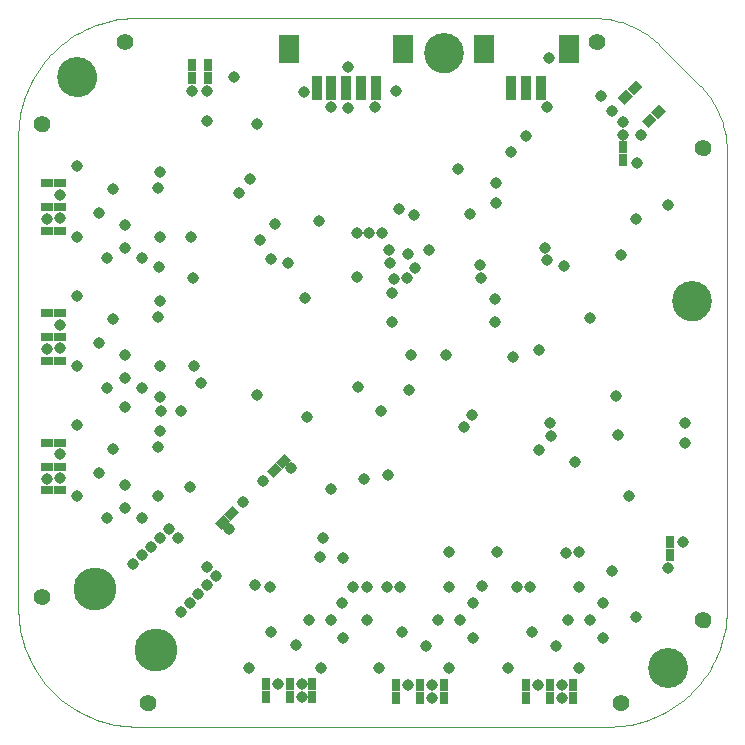
<source format=gbs>
G75*
%MOIN*%
%OFA0B0*%
%FSLAX24Y24*%
%IPPOS*%
%LPD*%
%AMOC8*
5,1,8,0,0,1.08239X$1,22.5*
%
%ADD10C,0.0000*%
%ADD11C,0.1330*%
%ADD12C,0.0039*%
%ADD13C,0.0552*%
%ADD14R,0.0395X0.0316*%
%ADD15R,0.0316X0.0395*%
%ADD16C,0.1429*%
%ADD17R,0.0356X0.0789*%
%ADD18R,0.0710X0.0946*%
%ADD19C,0.0382*%
D10*
X000671Y004450D02*
X000673Y004480D01*
X000679Y004510D01*
X000688Y004539D01*
X000701Y004566D01*
X000718Y004591D01*
X000737Y004614D01*
X000760Y004635D01*
X000785Y004652D01*
X000811Y004666D01*
X000840Y004676D01*
X000869Y004683D01*
X000899Y004686D01*
X000930Y004685D01*
X000960Y004680D01*
X000989Y004671D01*
X001016Y004659D01*
X001042Y004644D01*
X001066Y004625D01*
X001087Y004603D01*
X001105Y004579D01*
X001120Y004552D01*
X001131Y004524D01*
X001139Y004495D01*
X001143Y004465D01*
X001143Y004435D01*
X001139Y004405D01*
X001131Y004376D01*
X001120Y004348D01*
X001105Y004321D01*
X001087Y004297D01*
X001066Y004275D01*
X001042Y004256D01*
X001016Y004241D01*
X000989Y004229D01*
X000960Y004220D01*
X000930Y004215D01*
X000899Y004214D01*
X000869Y004217D01*
X000840Y004224D01*
X000811Y004234D01*
X000785Y004248D01*
X000760Y004265D01*
X000737Y004286D01*
X000718Y004309D01*
X000701Y004334D01*
X000688Y004361D01*
X000679Y004390D01*
X000673Y004420D01*
X000671Y004450D01*
X004214Y000907D02*
X004216Y000937D01*
X004222Y000967D01*
X004231Y000996D01*
X004244Y001023D01*
X004261Y001048D01*
X004280Y001071D01*
X004303Y001092D01*
X004328Y001109D01*
X004354Y001123D01*
X004383Y001133D01*
X004412Y001140D01*
X004442Y001143D01*
X004473Y001142D01*
X004503Y001137D01*
X004532Y001128D01*
X004559Y001116D01*
X004585Y001101D01*
X004609Y001082D01*
X004630Y001060D01*
X004648Y001036D01*
X004663Y001009D01*
X004674Y000981D01*
X004682Y000952D01*
X004686Y000922D01*
X004686Y000892D01*
X004682Y000862D01*
X004674Y000833D01*
X004663Y000805D01*
X004648Y000778D01*
X004630Y000754D01*
X004609Y000732D01*
X004585Y000713D01*
X004559Y000698D01*
X004532Y000686D01*
X004503Y000677D01*
X004473Y000672D01*
X004442Y000671D01*
X004412Y000674D01*
X004383Y000681D01*
X004354Y000691D01*
X004328Y000705D01*
X004303Y000722D01*
X004280Y000743D01*
X004261Y000766D01*
X004244Y000791D01*
X004231Y000818D01*
X004222Y000847D01*
X004216Y000877D01*
X004214Y000907D01*
X019962Y000907D02*
X019964Y000937D01*
X019970Y000967D01*
X019979Y000996D01*
X019992Y001023D01*
X020009Y001048D01*
X020028Y001071D01*
X020051Y001092D01*
X020076Y001109D01*
X020102Y001123D01*
X020131Y001133D01*
X020160Y001140D01*
X020190Y001143D01*
X020221Y001142D01*
X020251Y001137D01*
X020280Y001128D01*
X020307Y001116D01*
X020333Y001101D01*
X020357Y001082D01*
X020378Y001060D01*
X020396Y001036D01*
X020411Y001009D01*
X020422Y000981D01*
X020430Y000952D01*
X020434Y000922D01*
X020434Y000892D01*
X020430Y000862D01*
X020422Y000833D01*
X020411Y000805D01*
X020396Y000778D01*
X020378Y000754D01*
X020357Y000732D01*
X020333Y000713D01*
X020307Y000698D01*
X020280Y000686D01*
X020251Y000677D01*
X020221Y000672D01*
X020190Y000671D01*
X020160Y000674D01*
X020131Y000681D01*
X020102Y000691D01*
X020076Y000705D01*
X020051Y000722D01*
X020028Y000743D01*
X020009Y000766D01*
X019992Y000791D01*
X019979Y000818D01*
X019970Y000847D01*
X019964Y000877D01*
X019962Y000907D01*
X021148Y002088D02*
X021150Y002138D01*
X021156Y002187D01*
X021166Y002236D01*
X021179Y002283D01*
X021197Y002330D01*
X021218Y002375D01*
X021242Y002418D01*
X021270Y002459D01*
X021301Y002498D01*
X021335Y002534D01*
X021372Y002568D01*
X021412Y002598D01*
X021453Y002625D01*
X021497Y002649D01*
X021542Y002669D01*
X021589Y002685D01*
X021637Y002698D01*
X021686Y002707D01*
X021736Y002712D01*
X021785Y002713D01*
X021835Y002710D01*
X021884Y002703D01*
X021933Y002692D01*
X021980Y002678D01*
X022026Y002659D01*
X022071Y002637D01*
X022114Y002612D01*
X022154Y002583D01*
X022192Y002551D01*
X022228Y002517D01*
X022261Y002479D01*
X022290Y002439D01*
X022316Y002397D01*
X022339Y002353D01*
X022358Y002307D01*
X022374Y002260D01*
X022386Y002211D01*
X022394Y002162D01*
X022398Y002113D01*
X022398Y002063D01*
X022394Y002014D01*
X022386Y001965D01*
X022374Y001916D01*
X022358Y001869D01*
X022339Y001823D01*
X022316Y001779D01*
X022290Y001737D01*
X022261Y001697D01*
X022228Y001659D01*
X022192Y001625D01*
X022154Y001593D01*
X022114Y001564D01*
X022071Y001539D01*
X022026Y001517D01*
X021980Y001498D01*
X021933Y001484D01*
X021884Y001473D01*
X021835Y001466D01*
X021785Y001463D01*
X021736Y001464D01*
X021686Y001469D01*
X021637Y001478D01*
X021589Y001491D01*
X021542Y001507D01*
X021497Y001527D01*
X021453Y001551D01*
X021412Y001578D01*
X021372Y001608D01*
X021335Y001642D01*
X021301Y001678D01*
X021270Y001717D01*
X021242Y001758D01*
X021218Y001801D01*
X021197Y001846D01*
X021179Y001893D01*
X021166Y001940D01*
X021156Y001989D01*
X021150Y002038D01*
X021148Y002088D01*
X022718Y003663D02*
X022720Y003693D01*
X022726Y003723D01*
X022735Y003752D01*
X022748Y003779D01*
X022765Y003804D01*
X022784Y003827D01*
X022807Y003848D01*
X022832Y003865D01*
X022858Y003879D01*
X022887Y003889D01*
X022916Y003896D01*
X022946Y003899D01*
X022977Y003898D01*
X023007Y003893D01*
X023036Y003884D01*
X023063Y003872D01*
X023089Y003857D01*
X023113Y003838D01*
X023134Y003816D01*
X023152Y003792D01*
X023167Y003765D01*
X023178Y003737D01*
X023186Y003708D01*
X023190Y003678D01*
X023190Y003648D01*
X023186Y003618D01*
X023178Y003589D01*
X023167Y003561D01*
X023152Y003534D01*
X023134Y003510D01*
X023113Y003488D01*
X023089Y003469D01*
X023063Y003454D01*
X023036Y003442D01*
X023007Y003433D01*
X022977Y003428D01*
X022946Y003427D01*
X022916Y003430D01*
X022887Y003437D01*
X022858Y003447D01*
X022832Y003461D01*
X022807Y003478D01*
X022784Y003499D01*
X022765Y003522D01*
X022748Y003547D01*
X022735Y003574D01*
X022726Y003603D01*
X022720Y003633D01*
X022718Y003663D01*
X021936Y014293D02*
X021938Y014343D01*
X021944Y014392D01*
X021954Y014441D01*
X021967Y014488D01*
X021985Y014535D01*
X022006Y014580D01*
X022030Y014623D01*
X022058Y014664D01*
X022089Y014703D01*
X022123Y014739D01*
X022160Y014773D01*
X022200Y014803D01*
X022241Y014830D01*
X022285Y014854D01*
X022330Y014874D01*
X022377Y014890D01*
X022425Y014903D01*
X022474Y014912D01*
X022524Y014917D01*
X022573Y014918D01*
X022623Y014915D01*
X022672Y014908D01*
X022721Y014897D01*
X022768Y014883D01*
X022814Y014864D01*
X022859Y014842D01*
X022902Y014817D01*
X022942Y014788D01*
X022980Y014756D01*
X023016Y014722D01*
X023049Y014684D01*
X023078Y014644D01*
X023104Y014602D01*
X023127Y014558D01*
X023146Y014512D01*
X023162Y014465D01*
X023174Y014416D01*
X023182Y014367D01*
X023186Y014318D01*
X023186Y014268D01*
X023182Y014219D01*
X023174Y014170D01*
X023162Y014121D01*
X023146Y014074D01*
X023127Y014028D01*
X023104Y013984D01*
X023078Y013942D01*
X023049Y013902D01*
X023016Y013864D01*
X022980Y013830D01*
X022942Y013798D01*
X022902Y013769D01*
X022859Y013744D01*
X022814Y013722D01*
X022768Y013703D01*
X022721Y013689D01*
X022672Y013678D01*
X022623Y013671D01*
X022573Y013668D01*
X022524Y013669D01*
X022474Y013674D01*
X022425Y013683D01*
X022377Y013696D01*
X022330Y013712D01*
X022285Y013732D01*
X022241Y013756D01*
X022200Y013783D01*
X022160Y013813D01*
X022123Y013847D01*
X022089Y013883D01*
X022058Y013922D01*
X022030Y013963D01*
X022006Y014006D01*
X021985Y014051D01*
X021967Y014098D01*
X021954Y014145D01*
X021944Y014194D01*
X021938Y014243D01*
X021936Y014293D01*
X022718Y019411D02*
X022720Y019441D01*
X022726Y019471D01*
X022735Y019500D01*
X022748Y019527D01*
X022765Y019552D01*
X022784Y019575D01*
X022807Y019596D01*
X022832Y019613D01*
X022858Y019627D01*
X022887Y019637D01*
X022916Y019644D01*
X022946Y019647D01*
X022977Y019646D01*
X023007Y019641D01*
X023036Y019632D01*
X023063Y019620D01*
X023089Y019605D01*
X023113Y019586D01*
X023134Y019564D01*
X023152Y019540D01*
X023167Y019513D01*
X023178Y019485D01*
X023186Y019456D01*
X023190Y019426D01*
X023190Y019396D01*
X023186Y019366D01*
X023178Y019337D01*
X023167Y019309D01*
X023152Y019282D01*
X023134Y019258D01*
X023113Y019236D01*
X023089Y019217D01*
X023063Y019202D01*
X023036Y019190D01*
X023007Y019181D01*
X022977Y019176D01*
X022946Y019175D01*
X022916Y019178D01*
X022887Y019185D01*
X022858Y019195D01*
X022832Y019209D01*
X022807Y019226D01*
X022784Y019247D01*
X022765Y019270D01*
X022748Y019295D01*
X022735Y019322D01*
X022726Y019351D01*
X022720Y019381D01*
X022718Y019411D01*
X019175Y022954D02*
X019177Y022984D01*
X019183Y023014D01*
X019192Y023043D01*
X019205Y023070D01*
X019222Y023095D01*
X019241Y023118D01*
X019264Y023139D01*
X019289Y023156D01*
X019315Y023170D01*
X019344Y023180D01*
X019373Y023187D01*
X019403Y023190D01*
X019434Y023189D01*
X019464Y023184D01*
X019493Y023175D01*
X019520Y023163D01*
X019546Y023148D01*
X019570Y023129D01*
X019591Y023107D01*
X019609Y023083D01*
X019624Y023056D01*
X019635Y023028D01*
X019643Y022999D01*
X019647Y022969D01*
X019647Y022939D01*
X019643Y022909D01*
X019635Y022880D01*
X019624Y022852D01*
X019609Y022825D01*
X019591Y022801D01*
X019570Y022779D01*
X019546Y022760D01*
X019520Y022745D01*
X019493Y022733D01*
X019464Y022724D01*
X019434Y022719D01*
X019403Y022718D01*
X019373Y022721D01*
X019344Y022728D01*
X019315Y022738D01*
X019289Y022752D01*
X019264Y022769D01*
X019241Y022790D01*
X019222Y022813D01*
X019205Y022838D01*
X019192Y022865D01*
X019183Y022894D01*
X019177Y022924D01*
X019175Y022954D01*
X013668Y022561D02*
X013670Y022611D01*
X013676Y022660D01*
X013686Y022709D01*
X013699Y022756D01*
X013717Y022803D01*
X013738Y022848D01*
X013762Y022891D01*
X013790Y022932D01*
X013821Y022971D01*
X013855Y023007D01*
X013892Y023041D01*
X013932Y023071D01*
X013973Y023098D01*
X014017Y023122D01*
X014062Y023142D01*
X014109Y023158D01*
X014157Y023171D01*
X014206Y023180D01*
X014256Y023185D01*
X014305Y023186D01*
X014355Y023183D01*
X014404Y023176D01*
X014453Y023165D01*
X014500Y023151D01*
X014546Y023132D01*
X014591Y023110D01*
X014634Y023085D01*
X014674Y023056D01*
X014712Y023024D01*
X014748Y022990D01*
X014781Y022952D01*
X014810Y022912D01*
X014836Y022870D01*
X014859Y022826D01*
X014878Y022780D01*
X014894Y022733D01*
X014906Y022684D01*
X014914Y022635D01*
X014918Y022586D01*
X014918Y022536D01*
X014914Y022487D01*
X014906Y022438D01*
X014894Y022389D01*
X014878Y022342D01*
X014859Y022296D01*
X014836Y022252D01*
X014810Y022210D01*
X014781Y022170D01*
X014748Y022132D01*
X014712Y022098D01*
X014674Y022066D01*
X014634Y022037D01*
X014591Y022012D01*
X014546Y021990D01*
X014500Y021971D01*
X014453Y021957D01*
X014404Y021946D01*
X014355Y021939D01*
X014305Y021936D01*
X014256Y021937D01*
X014206Y021942D01*
X014157Y021951D01*
X014109Y021964D01*
X014062Y021980D01*
X014017Y022000D01*
X013973Y022024D01*
X013932Y022051D01*
X013892Y022081D01*
X013855Y022115D01*
X013821Y022151D01*
X013790Y022190D01*
X013762Y022231D01*
X013738Y022274D01*
X013717Y022319D01*
X013699Y022366D01*
X013686Y022413D01*
X013676Y022462D01*
X013670Y022511D01*
X013668Y022561D01*
X003427Y022954D02*
X003429Y022984D01*
X003435Y023014D01*
X003444Y023043D01*
X003457Y023070D01*
X003474Y023095D01*
X003493Y023118D01*
X003516Y023139D01*
X003541Y023156D01*
X003567Y023170D01*
X003596Y023180D01*
X003625Y023187D01*
X003655Y023190D01*
X003686Y023189D01*
X003716Y023184D01*
X003745Y023175D01*
X003772Y023163D01*
X003798Y023148D01*
X003822Y023129D01*
X003843Y023107D01*
X003861Y023083D01*
X003876Y023056D01*
X003887Y023028D01*
X003895Y022999D01*
X003899Y022969D01*
X003899Y022939D01*
X003895Y022909D01*
X003887Y022880D01*
X003876Y022852D01*
X003861Y022825D01*
X003843Y022801D01*
X003822Y022779D01*
X003798Y022760D01*
X003772Y022745D01*
X003745Y022733D01*
X003716Y022724D01*
X003686Y022719D01*
X003655Y022718D01*
X003625Y022721D01*
X003596Y022728D01*
X003567Y022738D01*
X003541Y022752D01*
X003516Y022769D01*
X003493Y022790D01*
X003474Y022813D01*
X003457Y022838D01*
X003444Y022865D01*
X003435Y022894D01*
X003429Y022924D01*
X003427Y022954D01*
X001463Y021773D02*
X001465Y021823D01*
X001471Y021872D01*
X001481Y021921D01*
X001494Y021968D01*
X001512Y022015D01*
X001533Y022060D01*
X001557Y022103D01*
X001585Y022144D01*
X001616Y022183D01*
X001650Y022219D01*
X001687Y022253D01*
X001727Y022283D01*
X001768Y022310D01*
X001812Y022334D01*
X001857Y022354D01*
X001904Y022370D01*
X001952Y022383D01*
X002001Y022392D01*
X002051Y022397D01*
X002100Y022398D01*
X002150Y022395D01*
X002199Y022388D01*
X002248Y022377D01*
X002295Y022363D01*
X002341Y022344D01*
X002386Y022322D01*
X002429Y022297D01*
X002469Y022268D01*
X002507Y022236D01*
X002543Y022202D01*
X002576Y022164D01*
X002605Y022124D01*
X002631Y022082D01*
X002654Y022038D01*
X002673Y021992D01*
X002689Y021945D01*
X002701Y021896D01*
X002709Y021847D01*
X002713Y021798D01*
X002713Y021748D01*
X002709Y021699D01*
X002701Y021650D01*
X002689Y021601D01*
X002673Y021554D01*
X002654Y021508D01*
X002631Y021464D01*
X002605Y021422D01*
X002576Y021382D01*
X002543Y021344D01*
X002507Y021310D01*
X002469Y021278D01*
X002429Y021249D01*
X002386Y021224D01*
X002341Y021202D01*
X002295Y021183D01*
X002248Y021169D01*
X002199Y021158D01*
X002150Y021151D01*
X002100Y021148D01*
X002051Y021149D01*
X002001Y021154D01*
X001952Y021163D01*
X001904Y021176D01*
X001857Y021192D01*
X001812Y021212D01*
X001768Y021236D01*
X001727Y021263D01*
X001687Y021293D01*
X001650Y021327D01*
X001616Y021363D01*
X001585Y021402D01*
X001557Y021443D01*
X001533Y021486D01*
X001512Y021531D01*
X001494Y021578D01*
X001481Y021625D01*
X001471Y021674D01*
X001465Y021723D01*
X001463Y021773D01*
X000671Y020198D02*
X000673Y020228D01*
X000679Y020258D01*
X000688Y020287D01*
X000701Y020314D01*
X000718Y020339D01*
X000737Y020362D01*
X000760Y020383D01*
X000785Y020400D01*
X000811Y020414D01*
X000840Y020424D01*
X000869Y020431D01*
X000899Y020434D01*
X000930Y020433D01*
X000960Y020428D01*
X000989Y020419D01*
X001016Y020407D01*
X001042Y020392D01*
X001066Y020373D01*
X001087Y020351D01*
X001105Y020327D01*
X001120Y020300D01*
X001131Y020272D01*
X001139Y020243D01*
X001143Y020213D01*
X001143Y020183D01*
X001139Y020153D01*
X001131Y020124D01*
X001120Y020096D01*
X001105Y020069D01*
X001087Y020045D01*
X001066Y020023D01*
X001042Y020004D01*
X001016Y019989D01*
X000989Y019977D01*
X000960Y019968D01*
X000930Y019963D01*
X000899Y019962D01*
X000869Y019965D01*
X000840Y019972D01*
X000811Y019982D01*
X000785Y019996D01*
X000760Y020013D01*
X000737Y020034D01*
X000718Y020057D01*
X000701Y020082D01*
X000688Y020109D01*
X000679Y020138D01*
X000673Y020168D01*
X000671Y020198D01*
D11*
X002088Y021773D03*
X014293Y022561D03*
X022561Y014293D03*
X021773Y002088D03*
D12*
X000120Y004057D02*
X000120Y019805D01*
X000122Y019929D01*
X000128Y020052D01*
X000137Y020176D01*
X000151Y020298D01*
X000168Y020421D01*
X000190Y020543D01*
X000215Y020664D01*
X000244Y020784D01*
X000276Y020903D01*
X000313Y021022D01*
X000353Y021139D01*
X000396Y021254D01*
X000444Y021369D01*
X000495Y021481D01*
X000549Y021592D01*
X000607Y021702D01*
X000668Y021809D01*
X000733Y021915D01*
X000801Y022018D01*
X000872Y022119D01*
X000946Y022218D01*
X001023Y022315D01*
X001104Y022409D01*
X001187Y022500D01*
X001273Y022589D01*
X001362Y022675D01*
X001453Y022758D01*
X001547Y022839D01*
X001644Y022916D01*
X001743Y022990D01*
X001844Y023061D01*
X001947Y023129D01*
X002053Y023194D01*
X002160Y023255D01*
X002270Y023313D01*
X002381Y023367D01*
X002493Y023418D01*
X002608Y023466D01*
X002723Y023509D01*
X002840Y023549D01*
X002959Y023586D01*
X003078Y023618D01*
X003198Y023647D01*
X003319Y023672D01*
X003441Y023694D01*
X003564Y023711D01*
X003686Y023725D01*
X003810Y023734D01*
X003933Y023740D01*
X004057Y023742D01*
X019288Y023742D01*
X021515Y022819D02*
X022819Y021515D01*
X023742Y019288D02*
X023742Y004057D01*
X023740Y003933D01*
X023734Y003810D01*
X023725Y003686D01*
X023711Y003564D01*
X023694Y003441D01*
X023672Y003319D01*
X023647Y003198D01*
X023618Y003078D01*
X023586Y002959D01*
X023549Y002840D01*
X023509Y002723D01*
X023466Y002608D01*
X023418Y002493D01*
X023367Y002381D01*
X023313Y002270D01*
X023255Y002160D01*
X023194Y002053D01*
X023129Y001947D01*
X023061Y001844D01*
X022990Y001743D01*
X022916Y001644D01*
X022839Y001547D01*
X022758Y001453D01*
X022675Y001362D01*
X022589Y001273D01*
X022500Y001187D01*
X022409Y001104D01*
X022315Y001023D01*
X022218Y000946D01*
X022119Y000872D01*
X022018Y000801D01*
X021915Y000733D01*
X021809Y000668D01*
X021702Y000607D01*
X021592Y000549D01*
X021481Y000495D01*
X021369Y000444D01*
X021254Y000396D01*
X021139Y000353D01*
X021022Y000313D01*
X020903Y000276D01*
X020784Y000244D01*
X020664Y000215D01*
X020543Y000190D01*
X020421Y000168D01*
X020298Y000151D01*
X020176Y000137D01*
X020052Y000128D01*
X019929Y000122D01*
X019805Y000120D01*
X004057Y000120D01*
X003933Y000122D01*
X003810Y000128D01*
X003686Y000137D01*
X003564Y000151D01*
X003441Y000168D01*
X003319Y000190D01*
X003198Y000215D01*
X003078Y000244D01*
X002959Y000276D01*
X002840Y000313D01*
X002723Y000353D01*
X002608Y000396D01*
X002493Y000444D01*
X002381Y000495D01*
X002270Y000549D01*
X002160Y000607D01*
X002053Y000668D01*
X001947Y000733D01*
X001844Y000801D01*
X001743Y000872D01*
X001644Y000946D01*
X001547Y001023D01*
X001453Y001104D01*
X001362Y001187D01*
X001273Y001273D01*
X001187Y001362D01*
X001104Y001453D01*
X001023Y001547D01*
X000946Y001644D01*
X000872Y001743D01*
X000801Y001844D01*
X000733Y001947D01*
X000668Y002053D01*
X000607Y002160D01*
X000549Y002270D01*
X000495Y002381D01*
X000444Y002493D01*
X000396Y002608D01*
X000353Y002723D01*
X000313Y002840D01*
X000276Y002959D01*
X000244Y003078D01*
X000215Y003198D01*
X000190Y003319D01*
X000168Y003441D01*
X000151Y003564D01*
X000137Y003686D01*
X000128Y003810D01*
X000122Y003933D01*
X000120Y004057D01*
X019288Y023742D02*
X019396Y023740D01*
X019503Y023735D01*
X019610Y023725D01*
X019717Y023713D01*
X019823Y023696D01*
X019929Y023676D01*
X020034Y023652D01*
X020138Y023625D01*
X020241Y023594D01*
X020343Y023560D01*
X020444Y023522D01*
X020543Y023481D01*
X020641Y023437D01*
X020737Y023389D01*
X020832Y023338D01*
X020925Y023283D01*
X021016Y023226D01*
X021105Y023165D01*
X021191Y023102D01*
X021276Y023035D01*
X021358Y022966D01*
X021438Y022894D01*
X021515Y022819D01*
X022819Y021515D02*
X022894Y021438D01*
X022966Y021358D01*
X023035Y021276D01*
X023102Y021191D01*
X023165Y021105D01*
X023226Y021016D01*
X023283Y020925D01*
X023338Y020832D01*
X023389Y020737D01*
X023437Y020641D01*
X023481Y020543D01*
X023522Y020444D01*
X023560Y020343D01*
X023594Y020241D01*
X023625Y020138D01*
X023652Y020034D01*
X023676Y019929D01*
X023696Y019823D01*
X023713Y019717D01*
X023725Y019610D01*
X023735Y019503D01*
X023740Y019396D01*
X023742Y019288D01*
D13*
X022954Y019411D03*
X019411Y022954D03*
X003663Y022954D03*
X000907Y020198D03*
X000907Y004450D03*
X004450Y000907D03*
X020198Y000907D03*
X022954Y003663D03*
D14*
G36*
X008723Y008947D02*
X009001Y009225D01*
X009225Y009001D01*
X008947Y008723D01*
X008723Y008947D01*
G37*
G36*
X008416Y008640D02*
X008694Y008918D01*
X008918Y008694D01*
X008640Y008416D01*
X008416Y008640D01*
G37*
G36*
X007492Y007268D02*
X007214Y006990D01*
X006990Y007214D01*
X007268Y007492D01*
X007492Y007268D01*
G37*
G36*
X007186Y006962D02*
X006908Y006684D01*
X006684Y006908D01*
X006962Y007186D01*
X007186Y006962D01*
G37*
X001517Y007994D03*
X001084Y007994D03*
X001084Y008781D03*
X001517Y008781D03*
X001517Y009569D03*
X001084Y009569D03*
X001084Y012324D03*
X001517Y012324D03*
X001517Y013112D03*
X001084Y013112D03*
X001084Y013899D03*
X001517Y013899D03*
X001517Y016655D03*
X001084Y016655D03*
X001084Y017443D03*
X001517Y017443D03*
X001517Y018230D03*
X001084Y018230D03*
G36*
X020109Y021081D02*
X020387Y021359D01*
X020611Y021135D01*
X020333Y020857D01*
X020109Y021081D01*
G37*
G36*
X020415Y021388D02*
X020693Y021666D01*
X020917Y021442D01*
X020639Y021164D01*
X020415Y021388D01*
G37*
G36*
X021203Y020600D02*
X021481Y020878D01*
X021705Y020654D01*
X021427Y020376D01*
X021203Y020600D01*
G37*
G36*
X020897Y020294D02*
X021175Y020572D01*
X021399Y020348D01*
X021121Y020070D01*
X020897Y020294D01*
G37*
D15*
X020277Y019431D03*
X020277Y018998D03*
X021852Y006281D03*
X021852Y005848D03*
X018624Y001517D03*
X018624Y001084D03*
X017836Y001084D03*
X017836Y001517D03*
X017049Y001517D03*
X017049Y001084D03*
X014293Y001084D03*
X014293Y001517D03*
X013506Y001517D03*
X013506Y001084D03*
X012718Y001084D03*
X012718Y001517D03*
X009923Y001545D03*
X009923Y001112D03*
X009167Y001112D03*
X009167Y001545D03*
X008364Y001545D03*
X008364Y001112D03*
X006458Y021754D03*
X006458Y022187D03*
X005907Y022187D03*
X005907Y021754D03*
D16*
X002686Y004718D03*
X004718Y002686D03*
D17*
X010061Y021419D03*
X010553Y021419D03*
X011045Y021419D03*
X011537Y021419D03*
X012029Y021419D03*
X016557Y021419D03*
X017049Y021419D03*
X017541Y021419D03*
D18*
X018466Y022718D03*
X015631Y022718D03*
X012954Y022718D03*
X009135Y022718D03*
D19*
X009651Y021265D03*
X010553Y020789D03*
X011112Y020757D03*
X011994Y020773D03*
X012718Y021301D03*
X011112Y022120D03*
X008072Y020198D03*
X006419Y020317D03*
X006419Y021301D03*
X005907Y021301D03*
X007324Y021773D03*
X004844Y018624D03*
X004785Y018092D03*
X003683Y016832D03*
X003683Y016084D03*
X004254Y015730D03*
X004805Y015435D03*
X004844Y016458D03*
X005868Y016458D03*
X005946Y015080D03*
X004844Y014293D03*
X004785Y013761D03*
X003683Y012502D03*
X003663Y011754D03*
X004254Y011399D03*
X003663Y010789D03*
X003072Y011399D03*
X002088Y012128D03*
X001517Y012738D03*
X001084Y012718D03*
X001517Y013525D03*
X002088Y014490D03*
X003269Y013702D03*
X002817Y012915D03*
X004844Y012128D03*
X004844Y011104D03*
X004883Y010631D03*
X005553Y010631D03*
X004844Y009962D03*
X004785Y009431D03*
X003663Y008171D03*
X003663Y007423D03*
X004254Y007069D03*
X004844Y006419D03*
X004549Y006124D03*
X004254Y005828D03*
X003958Y005533D03*
X005139Y006714D03*
X005435Y006419D03*
X006419Y005435D03*
X006714Y005139D03*
X006419Y004844D03*
X006124Y004549D03*
X005828Y004254D03*
X005533Y003958D03*
X007797Y002088D03*
X008781Y001545D03*
X009569Y001545D03*
X009569Y001112D03*
X010198Y002088D03*
X009372Y002836D03*
X009805Y003663D03*
X010553Y003663D03*
X010907Y004254D03*
X011261Y004765D03*
X011734Y004765D03*
X012403Y004785D03*
X012856Y004785D03*
X011734Y003663D03*
X010946Y003072D03*
X012128Y002088D03*
X013112Y001517D03*
X013899Y001517D03*
X013899Y001084D03*
X014490Y002088D03*
X013722Y002817D03*
X012915Y003269D03*
X014116Y003663D03*
X014844Y003663D03*
X015277Y004254D03*
X015592Y004805D03*
X016084Y005927D03*
X016734Y004785D03*
X017187Y004785D03*
X018387Y005907D03*
X018820Y005946D03*
X018820Y004765D03*
X019608Y004254D03*
X019175Y003663D03*
X018446Y003663D03*
X018053Y002817D03*
X017246Y003269D03*
X016458Y002088D03*
X015277Y003072D03*
X014490Y004765D03*
X014490Y005946D03*
X012443Y008506D03*
X011655Y008387D03*
X010553Y008033D03*
X009205Y008742D03*
X008289Y008303D03*
X007600Y007600D03*
X007156Y006694D03*
X005828Y008112D03*
X004765Y007797D03*
X003072Y007069D03*
X002088Y007797D03*
X001517Y008407D03*
X001084Y008387D03*
X001517Y009194D03*
X002088Y010159D03*
X003269Y009372D03*
X002817Y008584D03*
X006222Y011576D03*
X005986Y012128D03*
X008072Y011183D03*
X009746Y010454D03*
X011458Y011431D03*
X012222Y010655D03*
X013151Y011340D03*
X013210Y012502D03*
X014391Y012502D03*
X016025Y013604D03*
X016025Y014391D03*
X015553Y015080D03*
X015513Y015513D03*
X015159Y017206D03*
X016045Y017580D03*
X016045Y018250D03*
X016557Y019273D03*
X017049Y019805D03*
X017757Y020789D03*
X017817Y022423D03*
X019529Y021143D03*
X019908Y020631D03*
X020277Y020277D03*
X020277Y019844D03*
X020868Y019829D03*
X020750Y018899D03*
X021773Y017521D03*
X020710Y017049D03*
X020198Y015828D03*
X018309Y015474D03*
X017757Y015671D03*
X017679Y016065D03*
X019175Y013742D03*
X017482Y012679D03*
X016616Y012443D03*
X015238Y010513D03*
X014962Y010120D03*
X017482Y009332D03*
X017876Y009805D03*
X017836Y010238D03*
X018663Y008939D03*
X020120Y009844D03*
X020041Y011143D03*
X022344Y010257D03*
X022344Y009588D03*
X020474Y007815D03*
X022265Y006281D03*
X021773Y005395D03*
X020710Y003781D03*
X019608Y003072D03*
X018820Y002088D03*
X018230Y001517D03*
X018230Y001084D03*
X017443Y001517D03*
X019923Y005317D03*
X012561Y013604D03*
X012580Y014588D03*
X012639Y015041D03*
X013072Y015080D03*
X013348Y015395D03*
X013112Y015868D03*
X012482Y016025D03*
X012521Y015572D03*
X012246Y016576D03*
X011813Y016576D03*
X011419Y016576D03*
X010139Y016990D03*
X008663Y016891D03*
X008167Y016356D03*
X008545Y015710D03*
X009096Y015572D03*
X009687Y014411D03*
X011419Y015120D03*
X013309Y017167D03*
X012797Y017364D03*
X013801Y016006D03*
X014765Y018702D03*
X007836Y018387D03*
X007462Y017895D03*
X003269Y018033D03*
X002817Y017246D03*
X002088Y016458D03*
X001517Y017069D03*
X001084Y017049D03*
X001517Y017856D03*
X002088Y018820D03*
X003072Y015730D03*
X010277Y006419D03*
X010159Y005789D03*
X010946Y005750D03*
X008525Y004785D03*
X007994Y004844D03*
X008545Y003269D03*
M02*

</source>
